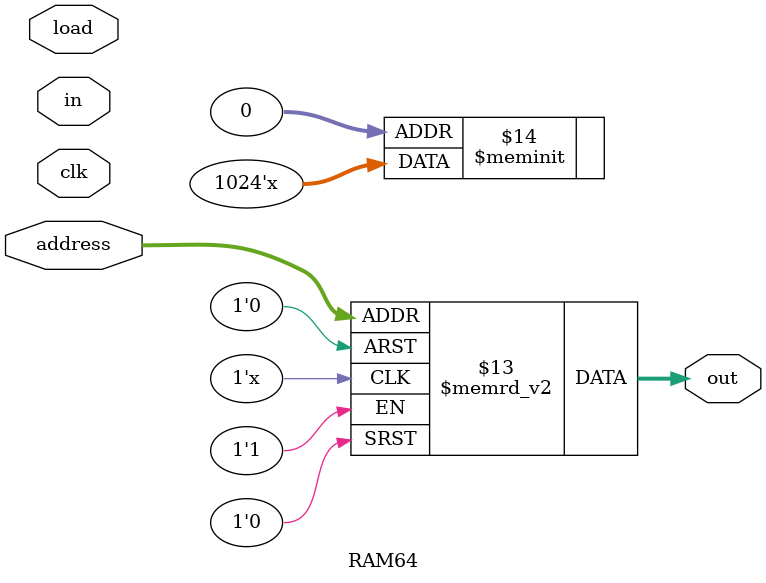
<source format=v>
module RAM64(
    input  [15:0] in,
    input  [5:0]  address,
    input         load,
    input         clk,
    output reg [15:0] out 
);
    reg [15:0] ram [2**5:0]; // Define 8 registradores de 16 bits cada

    always @ (*) begin
        if (load) begin
            ram[address] <= in; 
        end

        out = ram[address]; 
    end
    
endmodule

</source>
